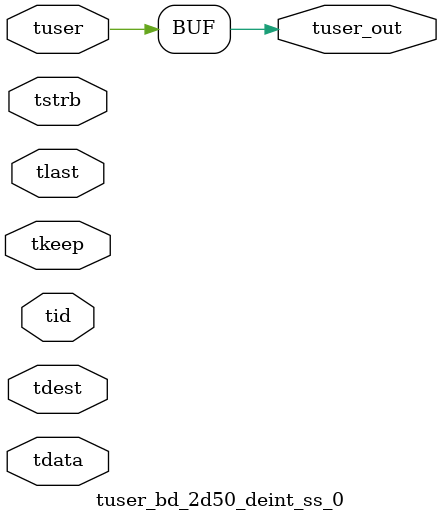
<source format=v>


`timescale 1ps/1ps

module tuser_bd_2d50_deint_ss_0 #
(
parameter C_S_AXIS_TUSER_WIDTH = 1,
parameter C_S_AXIS_TDATA_WIDTH = 32,
parameter C_S_AXIS_TID_WIDTH   = 0,
parameter C_S_AXIS_TDEST_WIDTH = 0,
parameter C_M_AXIS_TUSER_WIDTH = 1
)
(
input  [(C_S_AXIS_TUSER_WIDTH == 0 ? 1 : C_S_AXIS_TUSER_WIDTH)-1:0     ] tuser,
input  [(C_S_AXIS_TDATA_WIDTH == 0 ? 1 : C_S_AXIS_TDATA_WIDTH)-1:0     ] tdata,
input  [(C_S_AXIS_TID_WIDTH   == 0 ? 1 : C_S_AXIS_TID_WIDTH)-1:0       ] tid,
input  [(C_S_AXIS_TDEST_WIDTH == 0 ? 1 : C_S_AXIS_TDEST_WIDTH)-1:0     ] tdest,
input  [(C_S_AXIS_TDATA_WIDTH/8)-1:0 ] tkeep,
input  [(C_S_AXIS_TDATA_WIDTH/8)-1:0 ] tstrb,
input                                                                    tlast,
output [C_M_AXIS_TUSER_WIDTH-1:0] tuser_out
);

assign tuser_out = {tuser[0:0]};

endmodule


</source>
